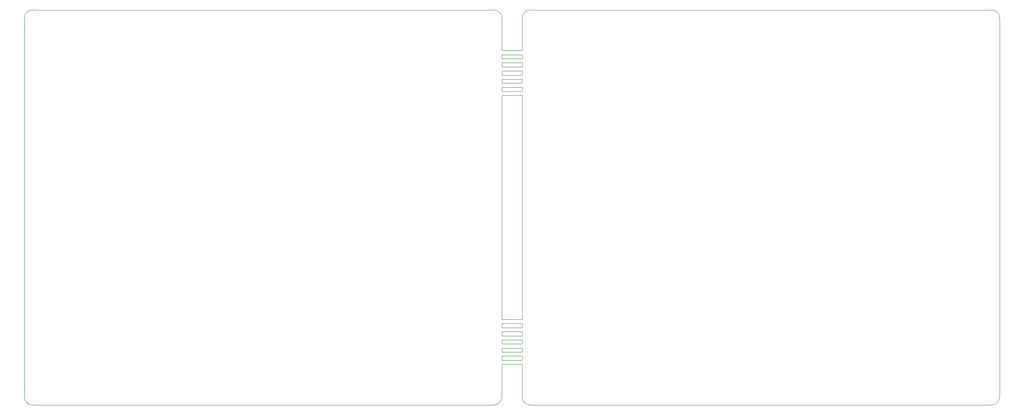
<source format=gbr>
G04 #@! TF.GenerationSoftware,KiCad,Pcbnew,(5.1.5)-3*
G04 #@! TF.CreationDate,2020-05-01T19:28:24-04:00*
G04 #@! TF.ProjectId,BookerBoard,426f6f6b-6572-4426-9f61-72642e6b6963,rev?*
G04 #@! TF.SameCoordinates,Original*
G04 #@! TF.FileFunction,Profile,NP*
%FSLAX46Y46*%
G04 Gerber Fmt 4.6, Leading zero omitted, Abs format (unit mm)*
G04 Created by KiCad (PCBNEW (5.1.5)-3) date 2020-05-01 19:28:24*
%MOMM*%
%LPD*%
G04 APERTURE LIST*
%ADD10C,0.050000*%
G04 APERTURE END LIST*
D10*
X142875000Y-96043750D02*
X142875000Y-52387500D01*
X146843750Y-96043750D02*
X142875000Y-96043750D01*
X146843750Y-52387500D02*
X146843750Y-96043750D01*
X142875000Y-52387500D02*
X146843750Y-52387500D01*
X143668750Y-97631250D02*
X142875000Y-97631250D01*
X146843750Y-97631250D02*
X143668750Y-97631250D01*
X146843750Y-96837500D02*
X146843750Y-97631250D01*
X142875000Y-96837500D02*
X146843750Y-96837500D01*
X142875000Y-97631250D02*
X142875000Y-96837500D01*
X146843750Y-99218750D02*
X142875000Y-99218750D01*
X146843750Y-98425000D02*
X146843750Y-99218750D01*
X142875000Y-98425000D02*
X146843750Y-98425000D01*
X142875000Y-99218750D02*
X142875000Y-98425000D01*
X146843750Y-100806250D02*
X142875000Y-100806250D01*
X146843750Y-100012500D02*
X146843750Y-100806250D01*
X142875000Y-100012500D02*
X146843750Y-100012500D01*
X142875000Y-100806250D02*
X142875000Y-100012500D01*
X146843750Y-102393750D02*
X142875000Y-102393750D01*
X146843750Y-101600000D02*
X146843750Y-102393750D01*
X142875000Y-101600000D02*
X146843750Y-101600000D01*
X142875000Y-102393750D02*
X142875000Y-101600000D01*
X146843750Y-103981250D02*
X142875000Y-103981250D01*
X146843750Y-103187500D02*
X146843750Y-103981250D01*
X142875000Y-103187500D02*
X146843750Y-103187500D01*
X142875000Y-103981250D02*
X142875000Y-103187500D01*
X146843750Y-50800000D02*
X146843750Y-51593750D01*
X142875000Y-50800000D02*
X146843750Y-50800000D01*
X142875000Y-51593750D02*
X142875000Y-50800000D01*
X146843750Y-49212500D02*
X142875000Y-49212500D01*
X146843750Y-50006250D02*
X146843750Y-49212500D01*
X142875000Y-50006250D02*
X146843750Y-50006250D01*
X142875000Y-49212500D02*
X142875000Y-50006250D01*
X146843750Y-47625000D02*
X142875000Y-47625000D01*
X146843750Y-48418750D02*
X146843750Y-47625000D01*
X142875000Y-48418750D02*
X146843750Y-48418750D01*
X142875000Y-47625000D02*
X142875000Y-48418750D01*
X146843750Y-46037500D02*
X142875000Y-46037500D01*
X146843750Y-46831250D02*
X146843750Y-46037500D01*
X142875000Y-46831250D02*
X146843750Y-46831250D01*
X142875000Y-46037500D02*
X142875000Y-46831250D01*
X146843750Y-44450000D02*
X142875000Y-44450000D01*
X146843750Y-45243750D02*
X146843750Y-44450000D01*
X142875000Y-45243750D02*
X146843750Y-45243750D01*
X142875000Y-44450000D02*
X142875000Y-45243750D01*
X142875000Y-51593750D02*
X146843750Y-51593750D01*
X146843750Y-43656250D02*
X146843750Y-37306250D01*
X142875000Y-43656250D02*
X146843750Y-43656250D01*
X142875000Y-37306250D02*
X142875000Y-43656250D01*
X142875000Y-104775000D02*
X142875000Y-111125000D01*
X146843750Y-111125000D02*
X146843750Y-104775000D01*
X142875000Y-104775000D02*
X146843750Y-104775000D01*
X238125000Y-35718750D02*
G75*
G02X239712500Y-37306250I0J-1587500D01*
G01*
X148431250Y-112712500D02*
X231775000Y-112712500D01*
X239712500Y-111125000D02*
G75*
G02X238125000Y-112712500I-1587500J0D01*
G01*
X146843750Y-37306250D02*
G75*
G02X148431250Y-35718750I1587500J0D01*
G01*
X148431250Y-112712500D02*
G75*
G02X146843750Y-111125000I0J1587500D01*
G01*
X239712500Y-111125000D02*
X239712500Y-37306250D01*
X238125000Y-35718750D02*
X148431250Y-35718750D01*
X231775000Y-112712500D02*
X238125000Y-112712500D01*
X141287500Y-35718750D02*
X51593750Y-35718750D01*
X134937500Y-112712500D02*
X141287500Y-112712500D01*
X50006250Y-37306250D02*
X50006250Y-111125000D01*
X51593750Y-112712500D02*
X134937500Y-112712500D01*
X141287500Y-35718750D02*
G75*
G02X142875000Y-37306250I0J-1587500D01*
G01*
X142875000Y-111125000D02*
G75*
G02X141287500Y-112712500I-1587500J0D01*
G01*
X51593750Y-112712500D02*
G75*
G02X50006250Y-111125000I0J1587500D01*
G01*
X50006250Y-37306250D02*
G75*
G02X51593750Y-35718750I1587500J0D01*
G01*
M02*

</source>
